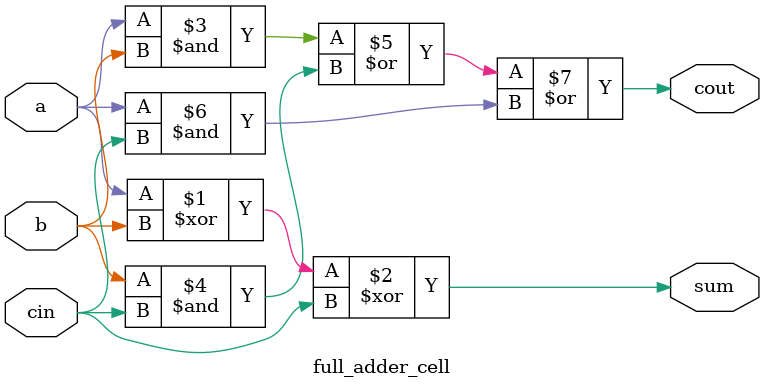
<source format=v>
module full_adder_cell(input a,input b,input cin,output sum,output cout);
	assign sum=a^b^cin;
	assign cout=(a&b)|(b&cin)|(a&cin);
endmodule
</source>
